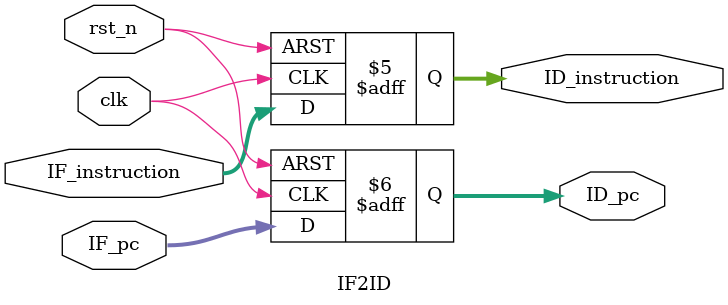
<source format=v>
module IF2ID (
    input               clk,
    input               rst_n,

    input   [31:0]      IF_pc,
    input   [31:0]      IF_instruction,

    output reg  [31:0]      ID_pc,
    output reg  [31:0]      ID_instruction
);

always @(posedge clk or negedge rst_n) begin
    if (!rst_n) begin
        ID_pc <= 0;
    end else begin
        ID_pc <= IF_pc;
    end
end

always @(posedge clk or negedge rst_n) begin
    if (!rst_n) begin
        ID_instruction <= 0;
    end else begin
        ID_instruction <= IF_instruction;
    end
end

endmodule

</source>
